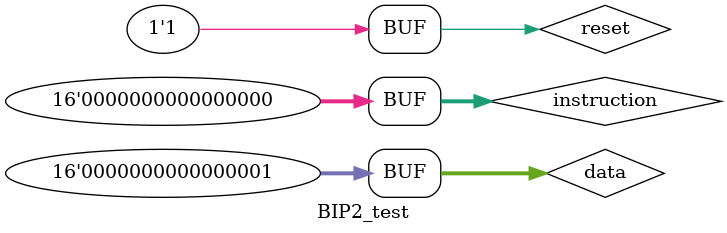
<source format=sv>
`timescale 1 ns / 10 ps

module BIP2_test#(
        parameter OPERAND_ADDRESS_WIDTH = 11,
        parameter INSTRUCTION_DATA_WIDTH = 16
    );

	logic [INSTRUCTION_DATA_WIDTH - 1:0] instruction, bip2_data_out, data;
	logic clock, reset, data_wr;
	logic [OPERAND_ADDRESS_WIDTH - 1:0] data_address, instruction_address;

clock_generator GCLOCK(clock);

BIP2 bip2(
        .clock_in(clock), 
        .reset_in(reset),
        .instruction_in(instruction), 
        .data_in(data), 
        .instruction_address_out(instruction_address), 
        .data_address_out(data_address),
        .data_out(bip2_data_out), 
        .data_wr_out(data_wr)
    );

initial
	begin
		instruction = 16'b00000_00000101010; data = 16'b00000_00000000001;
		reset = 1'b1;
		#6 instruction=16'b00001_00000000001; //STO
		#4 instruction=16'b00010_00000000010; //LD
		#4 instruction=16'b00011_00000000011; //LDI
		#4 instruction=16'b00100_00000000100; //ADD
		#4 instruction=16'b00101_00000000101; //ADDI
		#4 instruction=16'b00110_00000000110; //SUB
		#4 instruction=16'b00111_00000000111; //SUBI
		//Branches
		//#4 instruction=16'b01000_00000001000;//BEQ
		//#4 instruction=16'b01001_00000001001;//BNE
		//#4 instruction=16'b01010_00000001010;
		//#4 instruction=16'b01011_00000001011;
		//#4 instruction=16'b01100_00000001100;
		//#4 instruction=16'b01101_00000001101;
		//#4 instruction=16'b01110_00000001110;

		#6 reset = 1'b0;
		#2 reset = 1'b1;
		#4 instruction=16'b01001_00000001001; //BNE
        #4 instruction=16'b00000_00000000000; //HLT
	end
endmodule
</source>
